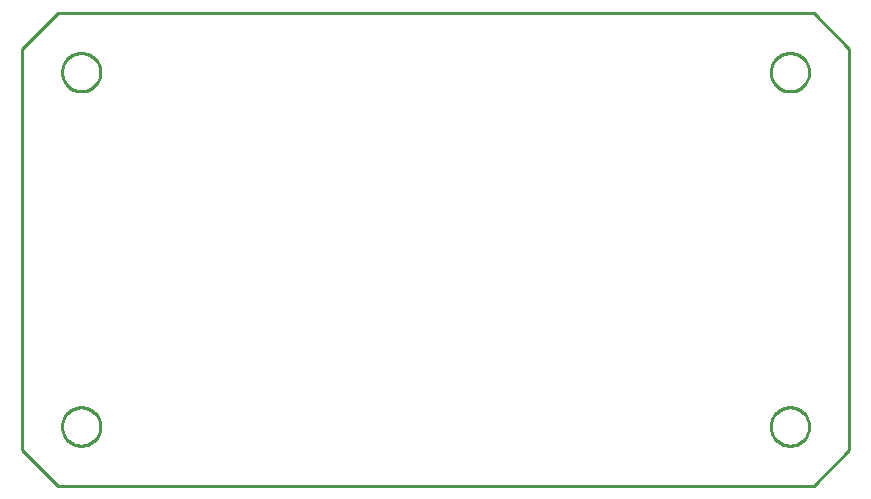
<source format=gko>
G04 EAGLE Gerber RS-274X export*
G75*
%MOMM*%
%FSLAX34Y34*%
%LPD*%
%IN*%
%IPPOS*%
%AMOC8*
5,1,8,0,0,1.08239X$1,22.5*%
G01*
%ADD10C,0.254000*%


D10*
X0Y30000D02*
X30000Y0D01*
X670000Y0D01*
X700000Y30000D01*
X700000Y370000D01*
X670000Y400000D01*
X30000Y400000D01*
X0Y370000D01*
X0Y30000D01*
X66250Y349468D02*
X66180Y348406D01*
X66042Y347352D01*
X65834Y346308D01*
X65559Y345280D01*
X65217Y344273D01*
X64809Y343290D01*
X64339Y342336D01*
X63807Y341414D01*
X63216Y340530D01*
X62568Y339686D01*
X61867Y338886D01*
X61114Y338133D01*
X60314Y337432D01*
X59470Y336784D01*
X58586Y336193D01*
X57664Y335661D01*
X56710Y335191D01*
X55727Y334783D01*
X54720Y334441D01*
X53692Y334166D01*
X52648Y333958D01*
X51594Y333820D01*
X50532Y333750D01*
X49468Y333750D01*
X48406Y333820D01*
X47352Y333958D01*
X46308Y334166D01*
X45280Y334441D01*
X44273Y334783D01*
X43290Y335191D01*
X42336Y335661D01*
X41414Y336193D01*
X40530Y336784D01*
X39686Y337432D01*
X38886Y338133D01*
X38133Y338886D01*
X37432Y339686D01*
X36784Y340530D01*
X36193Y341414D01*
X35661Y342336D01*
X35191Y343290D01*
X34783Y344273D01*
X34441Y345280D01*
X34166Y346308D01*
X33958Y347352D01*
X33820Y348406D01*
X33750Y349468D01*
X33750Y350532D01*
X33820Y351594D01*
X33958Y352648D01*
X34166Y353692D01*
X34441Y354720D01*
X34783Y355727D01*
X35191Y356710D01*
X35661Y357664D01*
X36193Y358586D01*
X36784Y359470D01*
X37432Y360314D01*
X38133Y361114D01*
X38886Y361867D01*
X39686Y362568D01*
X40530Y363216D01*
X41414Y363807D01*
X42336Y364339D01*
X43290Y364809D01*
X44273Y365217D01*
X45280Y365559D01*
X46308Y365834D01*
X47352Y366042D01*
X48406Y366180D01*
X49468Y366250D01*
X50532Y366250D01*
X51594Y366180D01*
X52648Y366042D01*
X53692Y365834D01*
X54720Y365559D01*
X55727Y365217D01*
X56710Y364809D01*
X57664Y364339D01*
X58586Y363807D01*
X59470Y363216D01*
X60314Y362568D01*
X61114Y361867D01*
X61867Y361114D01*
X62568Y360314D01*
X63216Y359470D01*
X63807Y358586D01*
X64339Y357664D01*
X64809Y356710D01*
X65217Y355727D01*
X65559Y354720D01*
X65834Y353692D01*
X66042Y352648D01*
X66180Y351594D01*
X66250Y350532D01*
X66250Y349468D01*
X66250Y49468D02*
X66180Y48406D01*
X66042Y47352D01*
X65834Y46308D01*
X65559Y45280D01*
X65217Y44273D01*
X64809Y43290D01*
X64339Y42336D01*
X63807Y41414D01*
X63216Y40530D01*
X62568Y39686D01*
X61867Y38886D01*
X61114Y38133D01*
X60314Y37432D01*
X59470Y36784D01*
X58586Y36193D01*
X57664Y35661D01*
X56710Y35191D01*
X55727Y34783D01*
X54720Y34441D01*
X53692Y34166D01*
X52648Y33958D01*
X51594Y33820D01*
X50532Y33750D01*
X49468Y33750D01*
X48406Y33820D01*
X47352Y33958D01*
X46308Y34166D01*
X45280Y34441D01*
X44273Y34783D01*
X43290Y35191D01*
X42336Y35661D01*
X41414Y36193D01*
X40530Y36784D01*
X39686Y37432D01*
X38886Y38133D01*
X38133Y38886D01*
X37432Y39686D01*
X36784Y40530D01*
X36193Y41414D01*
X35661Y42336D01*
X35191Y43290D01*
X34783Y44273D01*
X34441Y45280D01*
X34166Y46308D01*
X33958Y47352D01*
X33820Y48406D01*
X33750Y49468D01*
X33750Y50532D01*
X33820Y51594D01*
X33958Y52648D01*
X34166Y53692D01*
X34441Y54720D01*
X34783Y55727D01*
X35191Y56710D01*
X35661Y57664D01*
X36193Y58586D01*
X36784Y59470D01*
X37432Y60314D01*
X38133Y61114D01*
X38886Y61867D01*
X39686Y62568D01*
X40530Y63216D01*
X41414Y63807D01*
X42336Y64339D01*
X43290Y64809D01*
X44273Y65217D01*
X45280Y65559D01*
X46308Y65834D01*
X47352Y66042D01*
X48406Y66180D01*
X49468Y66250D01*
X50532Y66250D01*
X51594Y66180D01*
X52648Y66042D01*
X53692Y65834D01*
X54720Y65559D01*
X55727Y65217D01*
X56710Y64809D01*
X57664Y64339D01*
X58586Y63807D01*
X59470Y63216D01*
X60314Y62568D01*
X61114Y61867D01*
X61867Y61114D01*
X62568Y60314D01*
X63216Y59470D01*
X63807Y58586D01*
X64339Y57664D01*
X64809Y56710D01*
X65217Y55727D01*
X65559Y54720D01*
X65834Y53692D01*
X66042Y52648D01*
X66180Y51594D01*
X66250Y50532D01*
X66250Y49468D01*
X666250Y49468D02*
X666180Y48406D01*
X666042Y47352D01*
X665834Y46308D01*
X665559Y45280D01*
X665217Y44273D01*
X664809Y43290D01*
X664339Y42336D01*
X663807Y41414D01*
X663216Y40530D01*
X662568Y39686D01*
X661867Y38886D01*
X661114Y38133D01*
X660314Y37432D01*
X659470Y36784D01*
X658586Y36193D01*
X657664Y35661D01*
X656710Y35191D01*
X655727Y34783D01*
X654720Y34441D01*
X653692Y34166D01*
X652648Y33958D01*
X651594Y33820D01*
X650532Y33750D01*
X649468Y33750D01*
X648406Y33820D01*
X647352Y33958D01*
X646308Y34166D01*
X645280Y34441D01*
X644273Y34783D01*
X643290Y35191D01*
X642336Y35661D01*
X641414Y36193D01*
X640530Y36784D01*
X639686Y37432D01*
X638886Y38133D01*
X638133Y38886D01*
X637432Y39686D01*
X636784Y40530D01*
X636193Y41414D01*
X635661Y42336D01*
X635191Y43290D01*
X634783Y44273D01*
X634441Y45280D01*
X634166Y46308D01*
X633958Y47352D01*
X633820Y48406D01*
X633750Y49468D01*
X633750Y50532D01*
X633820Y51594D01*
X633958Y52648D01*
X634166Y53692D01*
X634441Y54720D01*
X634783Y55727D01*
X635191Y56710D01*
X635661Y57664D01*
X636193Y58586D01*
X636784Y59470D01*
X637432Y60314D01*
X638133Y61114D01*
X638886Y61867D01*
X639686Y62568D01*
X640530Y63216D01*
X641414Y63807D01*
X642336Y64339D01*
X643290Y64809D01*
X644273Y65217D01*
X645280Y65559D01*
X646308Y65834D01*
X647352Y66042D01*
X648406Y66180D01*
X649468Y66250D01*
X650532Y66250D01*
X651594Y66180D01*
X652648Y66042D01*
X653692Y65834D01*
X654720Y65559D01*
X655727Y65217D01*
X656710Y64809D01*
X657664Y64339D01*
X658586Y63807D01*
X659470Y63216D01*
X660314Y62568D01*
X661114Y61867D01*
X661867Y61114D01*
X662568Y60314D01*
X663216Y59470D01*
X663807Y58586D01*
X664339Y57664D01*
X664809Y56710D01*
X665217Y55727D01*
X665559Y54720D01*
X665834Y53692D01*
X666042Y52648D01*
X666180Y51594D01*
X666250Y50532D01*
X666250Y49468D01*
X666250Y349468D02*
X666180Y348406D01*
X666042Y347352D01*
X665834Y346308D01*
X665559Y345280D01*
X665217Y344273D01*
X664809Y343290D01*
X664339Y342336D01*
X663807Y341414D01*
X663216Y340530D01*
X662568Y339686D01*
X661867Y338886D01*
X661114Y338133D01*
X660314Y337432D01*
X659470Y336784D01*
X658586Y336193D01*
X657664Y335661D01*
X656710Y335191D01*
X655727Y334783D01*
X654720Y334441D01*
X653692Y334166D01*
X652648Y333958D01*
X651594Y333820D01*
X650532Y333750D01*
X649468Y333750D01*
X648406Y333820D01*
X647352Y333958D01*
X646308Y334166D01*
X645280Y334441D01*
X644273Y334783D01*
X643290Y335191D01*
X642336Y335661D01*
X641414Y336193D01*
X640530Y336784D01*
X639686Y337432D01*
X638886Y338133D01*
X638133Y338886D01*
X637432Y339686D01*
X636784Y340530D01*
X636193Y341414D01*
X635661Y342336D01*
X635191Y343290D01*
X634783Y344273D01*
X634441Y345280D01*
X634166Y346308D01*
X633958Y347352D01*
X633820Y348406D01*
X633750Y349468D01*
X633750Y350532D01*
X633820Y351594D01*
X633958Y352648D01*
X634166Y353692D01*
X634441Y354720D01*
X634783Y355727D01*
X635191Y356710D01*
X635661Y357664D01*
X636193Y358586D01*
X636784Y359470D01*
X637432Y360314D01*
X638133Y361114D01*
X638886Y361867D01*
X639686Y362568D01*
X640530Y363216D01*
X641414Y363807D01*
X642336Y364339D01*
X643290Y364809D01*
X644273Y365217D01*
X645280Y365559D01*
X646308Y365834D01*
X647352Y366042D01*
X648406Y366180D01*
X649468Y366250D01*
X650532Y366250D01*
X651594Y366180D01*
X652648Y366042D01*
X653692Y365834D01*
X654720Y365559D01*
X655727Y365217D01*
X656710Y364809D01*
X657664Y364339D01*
X658586Y363807D01*
X659470Y363216D01*
X660314Y362568D01*
X661114Y361867D01*
X661867Y361114D01*
X662568Y360314D01*
X663216Y359470D01*
X663807Y358586D01*
X664339Y357664D01*
X664809Y356710D01*
X665217Y355727D01*
X665559Y354720D01*
X665834Y353692D01*
X666042Y352648D01*
X666180Y351594D01*
X666250Y350532D01*
X666250Y349468D01*
M02*

</source>
